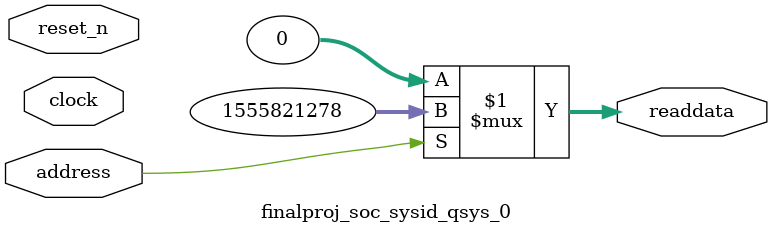
<source format=v>



// synthesis translate_off
`timescale 1ns / 1ps
// synthesis translate_on

// turn off superfluous verilog processor warnings 
// altera message_level Level1 
// altera message_off 10034 10035 10036 10037 10230 10240 10030 

module finalproj_soc_sysid_qsys_0 (
               // inputs:
                address,
                clock,
                reset_n,

               // outputs:
                readdata
             )
;

  output  [ 31: 0] readdata;
  input            address;
  input            clock;
  input            reset_n;

  wire    [ 31: 0] readdata;
  //control_slave, which is an e_avalon_slave
  assign readdata = address ? 1555821278 : 0;

endmodule



</source>
